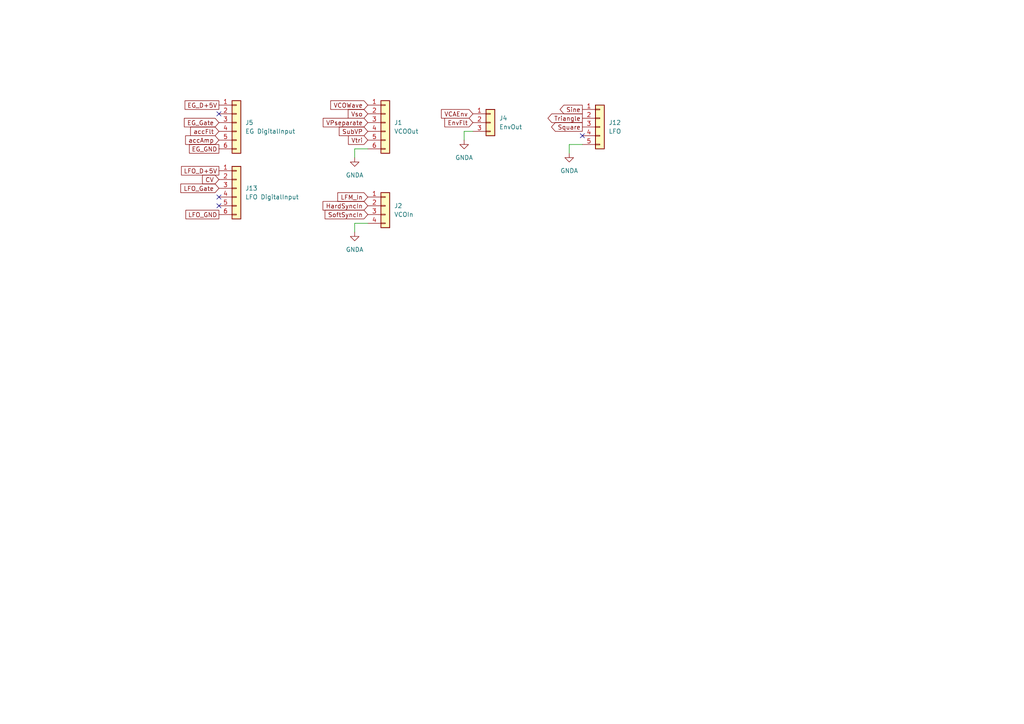
<source format=kicad_sch>
(kicad_sch (version 20250114) (generator "eeschema") (generator_version "9.0")
  (paper "A4")
  (lib_symbols
    (symbol "Connector_Generic:Conn_01x03" (pin_names (offset 1.016) (hide yes))
      (property "Reference" "J" (at 0 5.08 0))
      (property "Value" "Conn_01x03" (at 0 -5.08 0))
      (symbol "Conn_01x03_1_1"
        (rectangle (start -1.27 3.81) (end 1.27 -3.81) (stroke (width 0.254)) (fill (type background)))
        (rectangle (start -1.27 2.667) (end 0 2.413) (stroke (width 0.1524)))
        (rectangle (start -1.27 0.127) (end 0 -0.127) (stroke (width 0.1524)))
        (rectangle (start -1.27 -2.413) (end 0 -2.667) (stroke (width 0.1524)))
        (pin passive line (at -5.08 2.54 0) (length 3.81) (name "Pin_1") (number "1"))
        (pin passive line (at -5.08 0 0) (length 3.81) (name "Pin_2") (number "2"))
        (pin passive line (at -5.08 -2.54 0) (length 3.81) (name "Pin_3") (number "3"))
      )
    )
    (symbol "Connector_Generic:Conn_01x04" (pin_names (offset 1.016) (hide yes))
      (property "Reference" "J" (at 0 5.08 0))
      (property "Value" "Conn_01x04" (at 0 -7.62 0))
      (symbol "Conn_01x04_1_1"
        (rectangle (start -1.27 3.81) (end 1.27 -6.35) (stroke (width 0.254)) (fill (type background)))
        (rectangle (start -1.27 2.667) (end 0 2.413) (stroke (width 0.1524)))
        (rectangle (start -1.27 0.127) (end 0 -0.127) (stroke (width 0.1524)))
        (rectangle (start -1.27 -2.413) (end 0 -2.667) (stroke (width 0.1524)))
        (rectangle (start -1.27 -4.953) (end 0 -5.207) (stroke (width 0.1524)))
        (pin passive line (at -5.08 2.54 0) (length 3.81) (name "Pin_1") (number "1"))
        (pin passive line (at -5.08 0 0) (length 3.81) (name "Pin_2") (number "2"))
        (pin passive line (at -5.08 -2.54 0) (length 3.81) (name "Pin_3") (number "3"))
        (pin passive line (at -5.08 -5.08 0) (length 3.81) (name "Pin_4") (number "4"))
      )
    )
    (symbol "Connector_Generic:Conn_01x05" (pin_names (offset 1.016) (hide yes))
      (property "Reference" "J" (at 0 7.62 0))
      (property "Value" "Conn_01x05" (at 0 -7.62 0))
      (symbol "Conn_01x05_1_1"
        (rectangle (start -1.27 6.35) (end 1.27 -6.35) (stroke (width 0.254)) (fill (type background)))
        (rectangle (start -1.27 5.207) (end 0 4.953) (stroke (width 0.1524)))
        (rectangle (start -1.27 2.667) (end 0 2.413) (stroke (width 0.1524)))
        (rectangle (start -1.27 0.127) (end 0 -0.127) (stroke (width 0.1524)))
        (rectangle (start -1.27 -2.413) (end 0 -2.667) (stroke (width 0.1524)))
        (rectangle (start -1.27 -4.953) (end 0 -5.207) (stroke (width 0.1524)))
        (pin passive line (at -5.08 5.08 0) (length 3.81) (name "Pin_1") (number "1"))
        (pin passive line (at -5.08 2.54 0) (length 3.81) (name "Pin_2") (number "2"))
        (pin passive line (at -5.08 0 0) (length 3.81) (name "Pin_3") (number "3"))
        (pin passive line (at -5.08 -2.54 0) (length 3.81) (name "Pin_4") (number "4"))
        (pin passive line (at -5.08 -5.08 0) (length 3.81) (name "Pin_5") (number "5"))
      )
    )
    (symbol "Connector_Generic:Conn_01x06" (pin_names (offset 1.016) (hide yes))
      (property "Reference" "J" (at 0 7.62 0))
      (property "Value" "Conn_01x06" (at 0 -10.16 0))
      (symbol "Conn_01x06_1_1"
        (rectangle (start -1.27 6.35) (end 1.27 -8.89) (stroke (width 0.254)) (fill (type background)))
        (rectangle (start -1.27 5.207) (end 0 4.953) (stroke (width 0.1524)))
        (rectangle (start -1.27 2.667) (end 0 2.413) (stroke (width 0.1524)))
        (rectangle (start -1.27 0.127) (end 0 -0.127) (stroke (width 0.1524)))
        (rectangle (start -1.27 -2.413) (end 0 -2.667) (stroke (width 0.1524)))
        (rectangle (start -1.27 -4.953) (end 0 -5.207) (stroke (width 0.1524)))
        (rectangle (start -1.27 -7.493) (end 0 -7.747) (stroke (width 0.1524)))
        (pin passive line (at -5.08 5.08 0) (length 3.81) (name "Pin_1") (number "1"))
        (pin passive line (at -5.08 2.54 0) (length 3.81) (name "Pin_2") (number "2"))
        (pin passive line (at -5.08 0 0) (length 3.81) (name "Pin_3") (number "3"))
        (pin passive line (at -5.08 -2.54 0) (length 3.81) (name "Pin_4") (number "4"))
        (pin passive line (at -5.08 -5.08 0) (length 3.81) (name "Pin_5") (number "5"))
        (pin passive line (at -5.08 -7.62 0) (length 3.81) (name "Pin_6") (number "6"))
      )
    )
    (symbol "power:GNDA" (power) (pin_numbers (hide yes)) (pin_names (offset 0) (hide yes))
      (property "Value" "GNDA" (at 0 -3.81 0))
      (symbol "GNDA_0_1"
        (polyline (pts (xy 0 0) (xy 0 -1.27) (xy 1.27 -1.27) (xy 0 -2.54) (xy -1.27 -1.27) (xy 0 -1.27)))
      )
      (symbol "GNDA_1_1"
        (pin power_in line (at 0 0 270) (length 0) (name "~") (number "1"))
      )
    )
  )
  (no_connect (at 63.5 59.69))
  (no_connect (at 63.5 57.15))
  (no_connect (at 63.5 33.02))
  (no_connect (at 168.91 39.37))
  (wire (pts (xy 102.87 43.18) (xy 102.87 45.72)))
  (wire (pts (xy 106.68 64.77) (xy 102.87 64.77)))
  (wire (pts (xy 137.16 38.1) (xy 134.62 38.1)))
  (wire (pts (xy 106.68 43.18) (xy 102.87 43.18)))
  (wire (pts (xy 102.87 64.77) (xy 102.87 67.31)))
  (wire (pts (xy 165.1 41.91) (xy 165.1 44.45)))
  (wire (pts (xy 168.91 41.91) (xy 165.1 41.91)))
  (wire (pts (xy 134.62 38.1) (xy 134.62 40.64)))
  (global_label "CV" (shape input) (at 63.5 52.07 180) (property "Intersheetrefs" "${INTERSHEET_REFS}" (effects (hide yes))))
  (global_label "Triangle" (shape output) (at 168.91 34.29 180) (property "Intersheetrefs" "${INTERSHEET_REFS}" (effects (hide yes))))
  (global_label "EnvFlt" (shape input) (at 137.16 35.56 180) (property "Intersheetrefs" "${INTERSHEET_REFS}" (effects (hide yes))))
  (global_label "SoftSyncIn" (shape input) (at 106.68 62.23 180) (property "Intersheetrefs" "${INTERSHEET_REFS}" (effects (hide yes))))
  (global_label "Sine" (shape output) (at 168.91 31.75 180) (property "Intersheetrefs" "${INTERSHEET_REFS}" (effects (hide yes))))
  (global_label "EG_D+5V" (shape passive) (at 63.5 30.48 180) (property "Intersheetrefs" "${INTERSHEET_REFS}" (effects (hide yes))))
  (global_label "SubVP" (shape input) (at 106.68 38.1 180) (property "Intersheetrefs" "${INTERSHEET_REFS}" (effects (hide yes))))
  (global_label "VPseparate" (shape input) (at 106.68 35.56 180) (property "Intersheetrefs" "${INTERSHEET_REFS}" (effects (hide yes))))
  (global_label "Square" (shape output) (at 168.91 36.83 180) (property "Intersheetrefs" "${INTERSHEET_REFS}" (effects (hide yes))))
  (global_label "HardSyncIn" (shape input) (at 106.68 59.69 180) (property "Intersheetrefs" "${INTERSHEET_REFS}" (effects (hide yes))))
  (global_label "EG_Gate" (shape input) (at 63.5 35.56 180) (property "Intersheetrefs" "${INTERSHEET_REFS}" (effects (hide yes))))
  (global_label "accFlt" (shape input) (at 63.5 38.1 180) (property "Intersheetrefs" "${INTERSHEET_REFS}" (effects (hide yes))))
  (global_label "VCAEnv" (shape input) (at 137.16 33.02 180) (property "Intersheetrefs" "${INTERSHEET_REFS}" (effects (hide yes))))
  (global_label "accAmp" (shape input) (at 63.5 40.64 180) (property "Intersheetrefs" "${INTERSHEET_REFS}" (effects (hide yes))))
  (global_label "EG_GND" (shape passive) (at 63.5 43.18 180) (property "Intersheetrefs" "${INTERSHEET_REFS}" (effects (hide yes))))
  (global_label "LFM_In" (shape input) (at 106.68 57.15 180) (property "Intersheetrefs" "${INTERSHEET_REFS}" (effects (hide yes))))
  (global_label "VCOWave" (shape input) (at 106.68 30.48 180) (property "Intersheetrefs" "${INTERSHEET_REFS}" (effects (hide yes))))
  (global_label "Vso" (shape input) (at 106.68 33.02 180) (property "Intersheetrefs" "${INTERSHEET_REFS}" (effects (hide yes))))
  (global_label "Vtri" (shape input) (at 106.68 40.64 180) (property "Intersheetrefs" "${INTERSHEET_REFS}" (effects (hide yes))))
  (global_label "LFO_GND" (shape passive) (at 63.5 62.23 180) (property "Intersheetrefs" "${INTERSHEET_REFS}" (effects (hide yes))))
  (global_label "LFO_D+5V" (shape passive) (at 63.5 49.53 180) (property "Intersheetrefs" "${INTERSHEET_REFS}" (effects (hide yes))))
  (global_label "LFO_Gate" (shape input) (at 63.5 54.61 180) (property "Intersheetrefs" "${INTERSHEET_REFS}" (effects (hide yes))))
  (symbol (lib_id "power:GNDA") (at 102.87 67.31 0) (unit 1)
    (property "Reference" "#PWR055" (effects (hide yes)))
    (property "Value" "GNDA" (at 102.87 72.39 0))
    (property "Description" "Power symbol creates a global label with name \"GNDA\" , analog ground" (effects (hide yes)))
  )
  (symbol (lib_id "power:GNDA") (at 102.87 45.72 0) (unit 1)
    (property "Reference" "#PWR054" (effects (hide yes)))
    (property "Value" "GNDA" (at 102.87 50.8 0))
    (property "Description" "Power symbol creates a global label with name \"GNDA\" , analog ground" (effects (hide yes)))
  )
  (symbol (lib_id "Connector_Generic:Conn_01x03") (at 142.24 35.56 0) (unit 1)
    (property "Reference" "J4" (at 144.78 34.2899 0) (effects (justify left)))
    (property "Value" "EnvOut" (at 144.78 36.8299 0) (effects (justify left)))
    (property "Footprint" "Connector_PinSocket_2.54mm:PinSocket_1x03_P2.54mm_Vertical" (effects (hide yes)))
    (property "Description" "Generic connector, single row, 01x03, script generated (kicad-library-utils/schlib/autogen/connector/)" (effects (hide yes)))
  )
  (symbol (lib_id "Connector_Generic:Conn_01x06") (at 68.58 35.56 0) (unit 1)
    (property "Reference" "J5" (at 71.12 35.5599 0) (effects (justify left)))
    (property "Value" "EG DigitalInput" (at 71.12 38.0999 0) (effects (justify left)))
    (property "Footprint" "Connector_PinSocket_2.54mm:PinSocket_1x06_P2.54mm_Vertical" (effects (hide yes)))
    (property "Description" "Generic connector, single row, 01x06, script generated (kicad-library-utils/schlib/autogen/connector/)" (effects (hide yes)))
  )
  (symbol (lib_id "Connector_Generic:Conn_01x05") (at 173.99 36.83 0) (unit 1)
    (property "Reference" "J12" (at 176.53 35.5599 0) (effects (justify left)))
    (property "Value" "LFO" (at 176.53 38.0999 0) (effects (justify left)))
    (property "Footprint" "Connector_PinSocket_2.54mm:PinSocket_1x05_P2.54mm_Vertical" (effects (hide yes)))
    (property "Description" "Generic connector, single row, 01x05, script generated (kicad-library-utils/schlib/autogen/connector/)" (effects (hide yes)))
  )
  (symbol (lib_id "power:GNDA") (at 165.1 44.45 0) (unit 1)
    (property "Reference" "#PWR0146" (effects (hide yes)))
    (property "Value" "GNDA" (at 165.1 49.53 0))
    (property "Description" "Power symbol creates a global label with name \"GNDA\" , analog ground" (effects (hide yes)))
  )
  (symbol (lib_id "Connector_Generic:Conn_01x04") (at 111.76 59.69 0) (unit 1)
    (property "Reference" "J2" (at 114.3 59.6899 0) (effects (justify left)))
    (property "Value" "VCOIn" (at 114.3 62.2299 0) (effects (justify left)))
    (property "Footprint" "Connector_PinSocket_2.54mm:PinSocket_1x04_P2.54mm_Vertical" (effects (hide yes)))
    (property "Description" "Generic connector, single row, 01x04, script generated (kicad-library-utils/schlib/autogen/connector/)" (effects (hide yes)))
  )
  (symbol (lib_id "power:GNDA") (at 134.62 40.64 0) (unit 1)
    (property "Reference" "#PWR056" (effects (hide yes)))
    (property "Value" "GNDA" (at 134.62 45.72 0))
    (property "Description" "Power symbol creates a global label with name \"GNDA\" , analog ground" (effects (hide yes)))
  )
  (symbol (lib_id "Connector_Generic:Conn_01x06") (at 68.58 54.61 0) (unit 1)
    (property "Reference" "J13" (at 71.12 54.6099 0) (effects (justify left)))
    (property "Value" "LFO DigitalInput" (at 71.12 57.1499 0) (effects (justify left)))
    (property "Footprint" "Connector_PinSocket_2.54mm:PinSocket_1x06_P2.54mm_Vertical" (effects (hide yes)))
    (property "Description" "Generic connector, single row, 01x06, script generated (kicad-library-utils/schlib/autogen/connector/)" (effects (hide yes)))
  )
  (symbol (lib_id "Connector_Generic:Conn_01x06") (at 111.76 35.56 0) (unit 1)
    (property "Reference" "J1" (at 114.3 35.5599 0) (effects (justify left)))
    (property "Value" "VCOOut" (at 114.3 38.0999 0) (effects (justify left)))
    (property "Footprint" "Connector_PinSocket_2.54mm:PinSocket_1x06_P2.54mm_Vertical" (effects (hide yes)))
    (property "Description" "Generic connector, single row, 01x06, script generated (kicad-library-utils/schlib/autogen/connector/)" (effects (hide yes)))
  )
)
</source>
